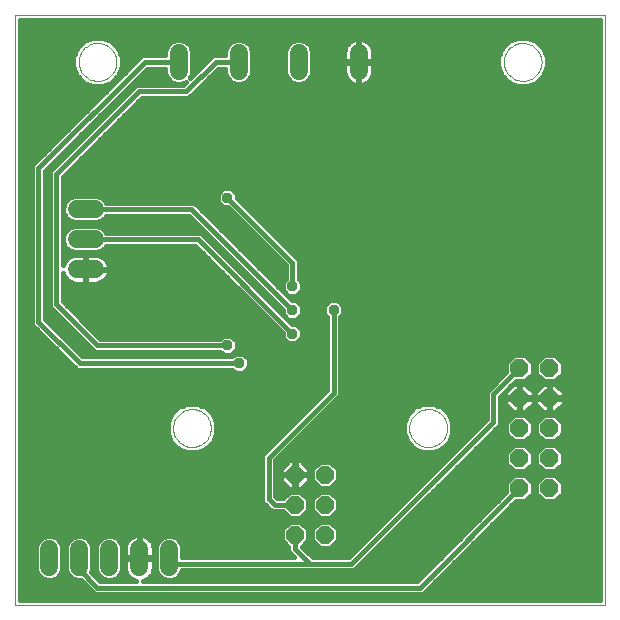
<source format=gbl>
G75*
G70*
%OFA0B0*%
%FSLAX24Y24*%
%IPPOS*%
%LPD*%
%AMOC8*
5,1,8,0,0,1.08239X$1,22.5*
%
%ADD10C,0.0000*%
%ADD11C,0.0600*%
%ADD12OC8,0.0600*%
%ADD13C,0.0160*%
%ADD14OC8,0.0356*%
D10*
X000574Y000574D02*
X020259Y000574D01*
X020259Y020259D01*
X000574Y020259D01*
X000574Y000574D01*
X005849Y006479D02*
X005851Y006529D01*
X005857Y006579D01*
X005867Y006628D01*
X005881Y006676D01*
X005898Y006723D01*
X005919Y006768D01*
X005944Y006812D01*
X005972Y006853D01*
X006004Y006892D01*
X006038Y006929D01*
X006075Y006963D01*
X006115Y006993D01*
X006157Y007020D01*
X006201Y007044D01*
X006247Y007065D01*
X006294Y007081D01*
X006342Y007094D01*
X006392Y007103D01*
X006441Y007108D01*
X006492Y007109D01*
X006542Y007106D01*
X006591Y007099D01*
X006640Y007088D01*
X006688Y007073D01*
X006734Y007055D01*
X006779Y007033D01*
X006822Y007007D01*
X006863Y006978D01*
X006902Y006946D01*
X006938Y006911D01*
X006970Y006873D01*
X007000Y006833D01*
X007027Y006790D01*
X007050Y006746D01*
X007069Y006700D01*
X007085Y006652D01*
X007097Y006603D01*
X007105Y006554D01*
X007109Y006504D01*
X007109Y006454D01*
X007105Y006404D01*
X007097Y006355D01*
X007085Y006306D01*
X007069Y006258D01*
X007050Y006212D01*
X007027Y006168D01*
X007000Y006125D01*
X006970Y006085D01*
X006938Y006047D01*
X006902Y006012D01*
X006863Y005980D01*
X006822Y005951D01*
X006779Y005925D01*
X006734Y005903D01*
X006688Y005885D01*
X006640Y005870D01*
X006591Y005859D01*
X006542Y005852D01*
X006492Y005849D01*
X006441Y005850D01*
X006392Y005855D01*
X006342Y005864D01*
X006294Y005877D01*
X006247Y005893D01*
X006201Y005914D01*
X006157Y005938D01*
X006115Y005965D01*
X006075Y005995D01*
X006038Y006029D01*
X006004Y006066D01*
X005972Y006105D01*
X005944Y006146D01*
X005919Y006190D01*
X005898Y006235D01*
X005881Y006282D01*
X005867Y006330D01*
X005857Y006379D01*
X005851Y006429D01*
X005849Y006479D01*
X013723Y006479D02*
X013725Y006529D01*
X013731Y006579D01*
X013741Y006628D01*
X013755Y006676D01*
X013772Y006723D01*
X013793Y006768D01*
X013818Y006812D01*
X013846Y006853D01*
X013878Y006892D01*
X013912Y006929D01*
X013949Y006963D01*
X013989Y006993D01*
X014031Y007020D01*
X014075Y007044D01*
X014121Y007065D01*
X014168Y007081D01*
X014216Y007094D01*
X014266Y007103D01*
X014315Y007108D01*
X014366Y007109D01*
X014416Y007106D01*
X014465Y007099D01*
X014514Y007088D01*
X014562Y007073D01*
X014608Y007055D01*
X014653Y007033D01*
X014696Y007007D01*
X014737Y006978D01*
X014776Y006946D01*
X014812Y006911D01*
X014844Y006873D01*
X014874Y006833D01*
X014901Y006790D01*
X014924Y006746D01*
X014943Y006700D01*
X014959Y006652D01*
X014971Y006603D01*
X014979Y006554D01*
X014983Y006504D01*
X014983Y006454D01*
X014979Y006404D01*
X014971Y006355D01*
X014959Y006306D01*
X014943Y006258D01*
X014924Y006212D01*
X014901Y006168D01*
X014874Y006125D01*
X014844Y006085D01*
X014812Y006047D01*
X014776Y006012D01*
X014737Y005980D01*
X014696Y005951D01*
X014653Y005925D01*
X014608Y005903D01*
X014562Y005885D01*
X014514Y005870D01*
X014465Y005859D01*
X014416Y005852D01*
X014366Y005849D01*
X014315Y005850D01*
X014266Y005855D01*
X014216Y005864D01*
X014168Y005877D01*
X014121Y005893D01*
X014075Y005914D01*
X014031Y005938D01*
X013989Y005965D01*
X013949Y005995D01*
X013912Y006029D01*
X013878Y006066D01*
X013846Y006105D01*
X013818Y006146D01*
X013793Y006190D01*
X013772Y006235D01*
X013755Y006282D01*
X013741Y006330D01*
X013731Y006379D01*
X013725Y006429D01*
X013723Y006479D01*
X016873Y018684D02*
X016875Y018734D01*
X016881Y018784D01*
X016891Y018833D01*
X016905Y018881D01*
X016922Y018928D01*
X016943Y018973D01*
X016968Y019017D01*
X016996Y019058D01*
X017028Y019097D01*
X017062Y019134D01*
X017099Y019168D01*
X017139Y019198D01*
X017181Y019225D01*
X017225Y019249D01*
X017271Y019270D01*
X017318Y019286D01*
X017366Y019299D01*
X017416Y019308D01*
X017465Y019313D01*
X017516Y019314D01*
X017566Y019311D01*
X017615Y019304D01*
X017664Y019293D01*
X017712Y019278D01*
X017758Y019260D01*
X017803Y019238D01*
X017846Y019212D01*
X017887Y019183D01*
X017926Y019151D01*
X017962Y019116D01*
X017994Y019078D01*
X018024Y019038D01*
X018051Y018995D01*
X018074Y018951D01*
X018093Y018905D01*
X018109Y018857D01*
X018121Y018808D01*
X018129Y018759D01*
X018133Y018709D01*
X018133Y018659D01*
X018129Y018609D01*
X018121Y018560D01*
X018109Y018511D01*
X018093Y018463D01*
X018074Y018417D01*
X018051Y018373D01*
X018024Y018330D01*
X017994Y018290D01*
X017962Y018252D01*
X017926Y018217D01*
X017887Y018185D01*
X017846Y018156D01*
X017803Y018130D01*
X017758Y018108D01*
X017712Y018090D01*
X017664Y018075D01*
X017615Y018064D01*
X017566Y018057D01*
X017516Y018054D01*
X017465Y018055D01*
X017416Y018060D01*
X017366Y018069D01*
X017318Y018082D01*
X017271Y018098D01*
X017225Y018119D01*
X017181Y018143D01*
X017139Y018170D01*
X017099Y018200D01*
X017062Y018234D01*
X017028Y018271D01*
X016996Y018310D01*
X016968Y018351D01*
X016943Y018395D01*
X016922Y018440D01*
X016905Y018487D01*
X016891Y018535D01*
X016881Y018584D01*
X016875Y018634D01*
X016873Y018684D01*
X002700Y018684D02*
X002702Y018734D01*
X002708Y018784D01*
X002718Y018833D01*
X002732Y018881D01*
X002749Y018928D01*
X002770Y018973D01*
X002795Y019017D01*
X002823Y019058D01*
X002855Y019097D01*
X002889Y019134D01*
X002926Y019168D01*
X002966Y019198D01*
X003008Y019225D01*
X003052Y019249D01*
X003098Y019270D01*
X003145Y019286D01*
X003193Y019299D01*
X003243Y019308D01*
X003292Y019313D01*
X003343Y019314D01*
X003393Y019311D01*
X003442Y019304D01*
X003491Y019293D01*
X003539Y019278D01*
X003585Y019260D01*
X003630Y019238D01*
X003673Y019212D01*
X003714Y019183D01*
X003753Y019151D01*
X003789Y019116D01*
X003821Y019078D01*
X003851Y019038D01*
X003878Y018995D01*
X003901Y018951D01*
X003920Y018905D01*
X003936Y018857D01*
X003948Y018808D01*
X003956Y018759D01*
X003960Y018709D01*
X003960Y018659D01*
X003956Y018609D01*
X003948Y018560D01*
X003936Y018511D01*
X003920Y018463D01*
X003901Y018417D01*
X003878Y018373D01*
X003851Y018330D01*
X003821Y018290D01*
X003789Y018252D01*
X003753Y018217D01*
X003714Y018185D01*
X003673Y018156D01*
X003630Y018130D01*
X003585Y018108D01*
X003539Y018090D01*
X003491Y018075D01*
X003442Y018064D01*
X003393Y018057D01*
X003343Y018054D01*
X003292Y018055D01*
X003243Y018060D01*
X003193Y018069D01*
X003145Y018082D01*
X003098Y018098D01*
X003052Y018119D01*
X003008Y018143D01*
X002966Y018170D01*
X002926Y018200D01*
X002889Y018234D01*
X002855Y018271D01*
X002823Y018310D01*
X002795Y018351D01*
X002770Y018395D01*
X002749Y018440D01*
X002732Y018487D01*
X002718Y018535D01*
X002708Y018584D01*
X002702Y018634D01*
X002700Y018684D01*
D11*
X006038Y018984D02*
X006038Y018384D01*
X008038Y018384D02*
X008038Y018984D01*
X010038Y018984D02*
X010038Y018384D01*
X012038Y018384D02*
X012038Y018984D01*
X003236Y013778D02*
X002636Y013778D01*
X002636Y012778D02*
X003236Y012778D01*
X003236Y011778D02*
X002636Y011778D01*
X002723Y002449D02*
X002723Y001849D01*
X003723Y001849D02*
X003723Y002449D01*
X004723Y002449D02*
X004723Y001849D01*
X005723Y001849D02*
X005723Y002449D01*
X001723Y002449D02*
X001723Y001849D01*
D12*
X009916Y002920D03*
X009916Y003920D03*
X009916Y004920D03*
X010916Y004920D03*
X010916Y003920D03*
X010916Y002920D03*
X017397Y004479D03*
X018397Y004479D03*
X018397Y005479D03*
X018397Y006479D03*
X018397Y007479D03*
X018397Y008479D03*
X017397Y008479D03*
X017397Y007479D03*
X017397Y006479D03*
X017397Y005479D03*
D13*
X017694Y005804D02*
X018099Y005804D01*
X018214Y005919D02*
X017957Y005661D01*
X017957Y005297D01*
X018214Y005039D01*
X018579Y005039D01*
X018837Y005297D01*
X018837Y005661D01*
X018579Y005919D01*
X018214Y005919D01*
X018214Y006039D02*
X018579Y006039D01*
X018837Y006297D01*
X018837Y006661D01*
X018579Y006919D01*
X018214Y006919D01*
X017957Y006661D01*
X017957Y006297D01*
X018214Y006039D01*
X018132Y006121D02*
X017661Y006121D01*
X017579Y006039D02*
X017837Y006297D01*
X017837Y006661D01*
X017579Y006919D01*
X017214Y006919D01*
X016957Y006661D01*
X016957Y006297D01*
X017214Y006039D01*
X017579Y006039D01*
X017579Y005919D02*
X017214Y005919D01*
X016957Y005661D01*
X016957Y005297D01*
X017214Y005039D01*
X017579Y005039D01*
X017837Y005297D01*
X017837Y005661D01*
X017579Y005919D01*
X017837Y005646D02*
X017957Y005646D01*
X017957Y005487D02*
X017837Y005487D01*
X017837Y005329D02*
X017957Y005329D01*
X018083Y005170D02*
X017710Y005170D01*
X017579Y004919D02*
X017214Y004919D01*
X016957Y004661D01*
X016957Y004350D01*
X013990Y001384D01*
X004848Y001384D01*
X004908Y001404D01*
X004975Y001438D01*
X005036Y001482D01*
X005089Y001536D01*
X005134Y001597D01*
X005168Y001664D01*
X005191Y001736D01*
X005203Y001811D01*
X005203Y002129D01*
X004743Y002129D01*
X004743Y002169D01*
X004703Y002169D01*
X004703Y002929D01*
X004686Y002929D01*
X004611Y002917D01*
X004539Y002893D01*
X004472Y002859D01*
X004411Y002815D01*
X004357Y002761D01*
X004313Y002700D01*
X004278Y002633D01*
X004255Y002561D01*
X004243Y002486D01*
X004243Y002169D01*
X004703Y002169D01*
X004703Y002129D01*
X004243Y002129D01*
X004243Y001811D01*
X004255Y001736D01*
X004278Y001664D01*
X004313Y001597D01*
X004357Y001536D01*
X004411Y001482D01*
X004472Y001438D01*
X004539Y001404D01*
X004599Y001384D01*
X003421Y001384D01*
X003128Y001677D01*
X003163Y001761D01*
X003163Y002536D01*
X003096Y002698D01*
X002973Y002822D01*
X002811Y002889D01*
X002636Y002889D01*
X002474Y002822D01*
X002350Y002698D01*
X002283Y002536D01*
X002283Y001761D01*
X002350Y001599D01*
X002474Y001475D01*
X002636Y001409D01*
X002774Y001409D01*
X003110Y001073D01*
X003238Y000944D01*
X014173Y000944D01*
X014302Y001073D01*
X017268Y004039D01*
X017579Y004039D01*
X017837Y004297D01*
X017837Y004661D01*
X017579Y004919D01*
X017645Y004853D02*
X018148Y004853D01*
X018214Y004919D02*
X017957Y004661D01*
X017957Y004297D01*
X018214Y004039D01*
X018579Y004039D01*
X018837Y004297D01*
X018837Y004661D01*
X018579Y004919D01*
X018214Y004919D01*
X017990Y004695D02*
X017803Y004695D01*
X017837Y004536D02*
X017957Y004536D01*
X017957Y004378D02*
X017837Y004378D01*
X017759Y004219D02*
X018034Y004219D01*
X018193Y004061D02*
X017600Y004061D01*
X017397Y004479D02*
X014082Y001164D01*
X003330Y001164D01*
X002723Y001771D01*
X002723Y002149D01*
X003163Y002159D02*
X003283Y002159D01*
X003283Y002317D02*
X003163Y002317D01*
X003163Y002476D02*
X003283Y002476D01*
X003283Y002536D02*
X003350Y002698D01*
X003474Y002822D01*
X003636Y002889D01*
X003811Y002889D01*
X003973Y002822D01*
X004096Y002698D01*
X004163Y002536D01*
X004163Y001761D01*
X004096Y001599D01*
X003973Y001475D01*
X003811Y001409D01*
X003636Y001409D01*
X003474Y001475D01*
X003350Y001599D01*
X003283Y001761D01*
X003283Y002536D01*
X003324Y002634D02*
X003123Y002634D01*
X003001Y002793D02*
X003445Y002793D01*
X004001Y002793D02*
X004389Y002793D01*
X004279Y002634D02*
X004123Y002634D01*
X004163Y002476D02*
X004243Y002476D01*
X004243Y002317D02*
X004163Y002317D01*
X004163Y002159D02*
X004703Y002159D01*
X004743Y002159D02*
X005283Y002159D01*
X005203Y002169D02*
X005203Y002486D01*
X005191Y002561D01*
X005168Y002633D01*
X005134Y002700D01*
X005089Y002761D01*
X005036Y002815D01*
X004975Y002859D01*
X004908Y002893D01*
X004836Y002917D01*
X004761Y002929D01*
X004743Y002929D01*
X004743Y002169D01*
X005203Y002169D01*
X005203Y002317D02*
X005283Y002317D01*
X005283Y002476D02*
X005203Y002476D01*
X005283Y002536D02*
X005283Y001761D01*
X005350Y001599D01*
X005474Y001475D01*
X005636Y001409D01*
X005811Y001409D01*
X005973Y001475D01*
X006096Y001599D01*
X006151Y001732D01*
X010507Y001732D01*
X011703Y001732D01*
X011885Y001732D01*
X016610Y006456D01*
X016739Y006585D01*
X016739Y007510D01*
X017268Y008039D01*
X017579Y008039D01*
X017837Y008297D01*
X017837Y008661D01*
X017579Y008919D01*
X017214Y008919D01*
X016957Y008661D01*
X016957Y008350D01*
X016299Y007692D01*
X016299Y006767D01*
X011703Y002172D01*
X010507Y002172D01*
X010149Y002530D01*
X010356Y002738D01*
X010356Y003102D01*
X010098Y003360D01*
X009734Y003360D01*
X009476Y003102D01*
X009476Y002738D01*
X009696Y002518D01*
X009696Y002361D01*
X009885Y002172D01*
X006163Y002172D01*
X006163Y002536D01*
X006096Y002698D01*
X005973Y002822D01*
X005811Y002889D01*
X005636Y002889D01*
X005474Y002822D01*
X005350Y002698D01*
X005283Y002536D01*
X005324Y002634D02*
X005167Y002634D01*
X005058Y002793D02*
X005445Y002793D01*
X006001Y002793D02*
X009476Y002793D01*
X009476Y002951D02*
X000754Y002951D01*
X000754Y002793D02*
X001445Y002793D01*
X001474Y002822D02*
X001350Y002698D01*
X001283Y002536D01*
X001283Y001761D01*
X001350Y001599D01*
X001474Y001475D01*
X001636Y001409D01*
X001811Y001409D01*
X001973Y001475D01*
X002096Y001599D01*
X002163Y001761D01*
X002163Y002536D01*
X002096Y002698D01*
X001973Y002822D01*
X001811Y002889D01*
X001636Y002889D01*
X001474Y002822D01*
X001324Y002634D02*
X000754Y002634D01*
X000754Y002476D02*
X001283Y002476D01*
X001283Y002317D02*
X000754Y002317D01*
X000754Y002159D02*
X001283Y002159D01*
X001283Y002000D02*
X000754Y002000D01*
X000754Y001842D02*
X001283Y001842D01*
X001316Y001683D02*
X000754Y001683D01*
X000754Y001525D02*
X001425Y001525D01*
X002022Y001525D02*
X002425Y001525D01*
X002316Y001683D02*
X002131Y001683D01*
X002163Y001842D02*
X002283Y001842D01*
X002283Y002000D02*
X002163Y002000D01*
X002163Y002159D02*
X002283Y002159D01*
X002283Y002317D02*
X002163Y002317D01*
X002163Y002476D02*
X002283Y002476D01*
X002324Y002634D02*
X002123Y002634D01*
X002001Y002793D02*
X002445Y002793D01*
X003163Y002000D02*
X003283Y002000D01*
X003283Y001842D02*
X003163Y001842D01*
X003131Y001683D02*
X003316Y001683D01*
X003280Y001525D02*
X003425Y001525D01*
X002975Y001208D02*
X000754Y001208D01*
X000754Y001366D02*
X002817Y001366D01*
X003110Y001073D02*
X003110Y001073D01*
X003134Y001049D02*
X000754Y001049D01*
X000754Y000891D02*
X020079Y000891D01*
X020079Y000754D02*
X000754Y000754D01*
X000754Y020079D01*
X020079Y020079D01*
X020079Y000754D01*
X020079Y001049D02*
X014278Y001049D01*
X014436Y001208D02*
X020079Y001208D01*
X020079Y001366D02*
X014595Y001366D01*
X014753Y001525D02*
X020079Y001525D01*
X020079Y001683D02*
X014912Y001683D01*
X015070Y001842D02*
X020079Y001842D01*
X020079Y002000D02*
X015229Y002000D01*
X015387Y002159D02*
X020079Y002159D01*
X020079Y002317D02*
X015546Y002317D01*
X015704Y002476D02*
X020079Y002476D01*
X020079Y002634D02*
X015863Y002634D01*
X016021Y002793D02*
X020079Y002793D01*
X020079Y002951D02*
X016180Y002951D01*
X016338Y003110D02*
X020079Y003110D01*
X020079Y003268D02*
X016497Y003268D01*
X016655Y003427D02*
X020079Y003427D01*
X020079Y003585D02*
X016814Y003585D01*
X016972Y003744D02*
X020079Y003744D01*
X020079Y003902D02*
X017131Y003902D01*
X016825Y004219D02*
X014373Y004219D01*
X014214Y004061D02*
X016667Y004061D01*
X016508Y003902D02*
X014056Y003902D01*
X013897Y003744D02*
X016350Y003744D01*
X016191Y003585D02*
X013739Y003585D01*
X013580Y003427D02*
X016033Y003427D01*
X015874Y003268D02*
X013422Y003268D01*
X013263Y003110D02*
X015716Y003110D01*
X015557Y002951D02*
X013105Y002951D01*
X012946Y002793D02*
X015399Y002793D01*
X015240Y002634D02*
X012788Y002634D01*
X012629Y002476D02*
X015082Y002476D01*
X014923Y002317D02*
X012471Y002317D01*
X012312Y002159D02*
X014765Y002159D01*
X014606Y002000D02*
X012154Y002000D01*
X011995Y001842D02*
X014448Y001842D01*
X014289Y001683D02*
X006131Y001683D01*
X006022Y001525D02*
X014131Y001525D01*
X012641Y003110D02*
X011349Y003110D01*
X011356Y003102D02*
X011098Y003360D01*
X010734Y003360D01*
X010476Y003102D01*
X010476Y002738D01*
X010734Y002480D01*
X011098Y002480D01*
X011356Y002738D01*
X011356Y003102D01*
X011356Y002951D02*
X012483Y002951D01*
X012324Y002793D02*
X011356Y002793D01*
X011253Y002634D02*
X012166Y002634D01*
X012007Y002476D02*
X010203Y002476D01*
X010253Y002634D02*
X010580Y002634D01*
X010476Y002793D02*
X010356Y002793D01*
X010356Y002951D02*
X010476Y002951D01*
X010484Y003110D02*
X010349Y003110D01*
X010190Y003268D02*
X010642Y003268D01*
X010734Y003480D02*
X011098Y003480D01*
X011356Y003738D01*
X011356Y004102D01*
X011098Y004360D01*
X010734Y004360D01*
X010476Y004102D01*
X010476Y003738D01*
X010734Y003480D01*
X010629Y003585D02*
X010204Y003585D01*
X010098Y003480D02*
X010356Y003738D01*
X010356Y004102D01*
X010098Y004360D01*
X009734Y004360D01*
X009514Y004140D01*
X009326Y004140D01*
X009258Y004208D01*
X009258Y005404D01*
X011424Y007569D01*
X011424Y010186D01*
X011522Y010284D01*
X011522Y010548D01*
X011335Y010734D01*
X011072Y010734D01*
X010886Y010548D01*
X010886Y010284D01*
X010984Y010186D01*
X010984Y007751D01*
X008947Y005715D01*
X008818Y005586D01*
X008818Y004026D01*
X009015Y003829D01*
X009144Y003700D01*
X009514Y003700D01*
X009734Y003480D01*
X010098Y003480D01*
X010356Y003744D02*
X010476Y003744D01*
X010476Y003902D02*
X010356Y003902D01*
X010356Y004061D02*
X010476Y004061D01*
X010593Y004219D02*
X010239Y004219D01*
X010115Y004440D02*
X010396Y004721D01*
X010396Y004900D01*
X009936Y004900D01*
X009936Y004440D01*
X010115Y004440D01*
X010211Y004536D02*
X010678Y004536D01*
X010734Y004480D02*
X011098Y004480D01*
X011356Y004738D01*
X011356Y005102D01*
X011098Y005360D01*
X010734Y005360D01*
X010476Y005102D01*
X010476Y004738D01*
X010734Y004480D01*
X010519Y004695D02*
X010370Y004695D01*
X010396Y004853D02*
X010476Y004853D01*
X010396Y004940D02*
X010396Y005119D01*
X010115Y005400D01*
X009936Y005400D01*
X009936Y004940D01*
X009896Y004940D01*
X009896Y004900D01*
X009436Y004900D01*
X009436Y004721D01*
X009717Y004440D01*
X009896Y004440D01*
X009896Y004900D01*
X009936Y004900D01*
X009936Y004940D01*
X010396Y004940D01*
X010396Y005012D02*
X010476Y005012D01*
X010544Y005170D02*
X010345Y005170D01*
X010186Y005329D02*
X010703Y005329D01*
X011130Y005329D02*
X014860Y005329D01*
X015019Y005487D02*
X009342Y005487D01*
X009258Y005329D02*
X009646Y005329D01*
X009717Y005400D02*
X009436Y005119D01*
X009436Y004940D01*
X009896Y004940D01*
X009896Y005400D01*
X009717Y005400D01*
X009896Y005329D02*
X009936Y005329D01*
X009936Y005170D02*
X009896Y005170D01*
X009896Y005012D02*
X009936Y005012D01*
X009936Y004853D02*
X009896Y004853D01*
X009896Y004695D02*
X009936Y004695D01*
X009936Y004536D02*
X009896Y004536D01*
X009621Y004536D02*
X009258Y004536D01*
X009258Y004378D02*
X013909Y004378D01*
X014068Y004536D02*
X011155Y004536D01*
X011313Y004695D02*
X014226Y004695D01*
X014385Y004853D02*
X011356Y004853D01*
X011356Y005012D02*
X014543Y005012D01*
X014702Y005170D02*
X011288Y005170D01*
X011239Y004219D02*
X013751Y004219D01*
X013592Y004061D02*
X011356Y004061D01*
X011356Y003902D02*
X013434Y003902D01*
X013275Y003744D02*
X011356Y003744D01*
X011204Y003585D02*
X013117Y003585D01*
X012958Y003427D02*
X000754Y003427D01*
X000754Y003585D02*
X009629Y003585D01*
X009916Y003920D02*
X009235Y003920D01*
X009038Y004117D01*
X009038Y005495D01*
X011204Y007660D01*
X011204Y010416D01*
X010886Y010401D02*
X010144Y010401D01*
X010144Y010284D02*
X010144Y010548D01*
X009957Y010734D01*
X009819Y010734D01*
X006683Y013870D01*
X006555Y013998D01*
X003621Y013998D01*
X003609Y014028D01*
X003485Y014151D01*
X003323Y014218D01*
X002548Y014218D01*
X002387Y014151D01*
X002263Y014028D01*
X002196Y013866D01*
X002196Y013691D01*
X002263Y013529D01*
X002387Y013405D01*
X002548Y013338D01*
X003323Y013338D01*
X003485Y013405D01*
X003609Y013529D01*
X003621Y013558D01*
X006372Y013558D01*
X009508Y010423D01*
X009508Y010284D01*
X009694Y010098D01*
X009957Y010098D01*
X010144Y010284D01*
X010102Y010242D02*
X010928Y010242D01*
X010984Y010084D02*
X009682Y010084D01*
X009819Y009947D02*
X006896Y012870D01*
X006767Y012998D01*
X003621Y012998D01*
X003609Y013028D01*
X003485Y013151D01*
X003323Y013218D01*
X002548Y013218D01*
X002387Y013151D01*
X002263Y013028D01*
X002196Y012866D01*
X002196Y012691D01*
X002263Y012529D01*
X002387Y012405D01*
X002548Y012338D01*
X003323Y012338D01*
X003485Y012405D01*
X003609Y012529D01*
X003621Y012558D01*
X006585Y012558D01*
X009508Y009636D01*
X009508Y009497D01*
X009694Y009311D01*
X009957Y009311D01*
X010144Y009497D01*
X010144Y009761D01*
X009957Y009947D01*
X009819Y009947D01*
X009979Y009925D02*
X010984Y009925D01*
X010984Y009767D02*
X010138Y009767D01*
X010144Y009608D02*
X010984Y009608D01*
X010984Y009450D02*
X010096Y009450D01*
X009826Y009629D02*
X006676Y012778D01*
X002936Y012778D01*
X003541Y012461D02*
X006682Y012461D01*
X006841Y012303D02*
X002172Y012303D01*
X002172Y012461D02*
X002331Y012461D01*
X002225Y012620D02*
X002172Y012620D01*
X002172Y012778D02*
X002196Y012778D01*
X002172Y012937D02*
X002225Y012937D01*
X002172Y013095D02*
X002330Y013095D01*
X002172Y013254D02*
X006677Y013254D01*
X006519Y013412D02*
X003492Y013412D01*
X003541Y013095D02*
X006836Y013095D01*
X006829Y012937D02*
X006994Y012937D01*
X006987Y012778D02*
X007153Y012778D01*
X007146Y012620D02*
X007311Y012620D01*
X007304Y012461D02*
X007470Y012461D01*
X007463Y012303D02*
X007628Y012303D01*
X007621Y012144D02*
X007787Y012144D01*
X007780Y011986D02*
X007945Y011986D01*
X007938Y011827D02*
X008104Y011827D01*
X008097Y011669D02*
X008262Y011669D01*
X008255Y011510D02*
X008421Y011510D01*
X008414Y011352D02*
X008579Y011352D01*
X008572Y011193D02*
X008738Y011193D01*
X008731Y011035D02*
X008896Y011035D01*
X008889Y010876D02*
X009055Y010876D01*
X009048Y010718D02*
X009213Y010718D01*
X009206Y010559D02*
X009372Y010559D01*
X009365Y010401D02*
X009508Y010401D01*
X009523Y010242D02*
X009550Y010242D01*
X009826Y010416D02*
X006463Y013778D01*
X002936Y013778D01*
X003357Y014205D02*
X007342Y014205D01*
X007342Y014288D02*
X007342Y014025D01*
X007529Y013838D01*
X007667Y013838D01*
X009606Y011900D01*
X009606Y011433D01*
X009508Y011335D01*
X009508Y011072D01*
X009694Y010886D01*
X009957Y010886D01*
X010144Y011072D01*
X010144Y011335D01*
X010046Y011433D01*
X010046Y012082D01*
X007978Y014149D01*
X007978Y014288D01*
X007792Y014474D01*
X007529Y014474D01*
X007342Y014288D01*
X007417Y014363D02*
X002172Y014363D01*
X002172Y014205D02*
X002515Y014205D01*
X002281Y014046D02*
X002172Y014046D01*
X002172Y013888D02*
X002205Y013888D01*
X002196Y013729D02*
X002172Y013729D01*
X002172Y013571D02*
X002246Y013571D01*
X002172Y013412D02*
X002380Y013412D01*
X001732Y013412D02*
X001581Y013412D01*
X001581Y013254D02*
X001732Y013254D01*
X001732Y013095D02*
X001581Y013095D01*
X001581Y012937D02*
X001732Y012937D01*
X001732Y012778D02*
X001581Y012778D01*
X001581Y012620D02*
X001732Y012620D01*
X001732Y012461D02*
X001581Y012461D01*
X001581Y012303D02*
X001732Y012303D01*
X001732Y012144D02*
X001581Y012144D01*
X001581Y011986D02*
X001732Y011986D01*
X001732Y011827D02*
X001581Y011827D01*
X001581Y011669D02*
X001732Y011669D01*
X001732Y011510D02*
X001581Y011510D01*
X001581Y011352D02*
X001732Y011352D01*
X001732Y011193D02*
X001581Y011193D01*
X001581Y011035D02*
X001732Y011035D01*
X001732Y010876D02*
X001581Y010876D01*
X001581Y010718D02*
X001732Y010718D01*
X001732Y010559D02*
X001581Y010559D01*
X001732Y010522D02*
X003238Y009015D01*
X007430Y009015D01*
X007529Y008917D01*
X007792Y008917D01*
X007978Y009103D01*
X007978Y009367D01*
X007792Y009553D01*
X007529Y009553D01*
X007430Y009455D01*
X003421Y009455D01*
X002172Y010704D01*
X002172Y011654D01*
X002191Y011594D01*
X002225Y011527D01*
X002270Y011466D01*
X002323Y011412D01*
X002384Y011368D01*
X002452Y011334D01*
X002524Y011310D01*
X002598Y011298D01*
X002916Y011298D01*
X002916Y011758D01*
X002956Y011758D01*
X002956Y011298D01*
X003274Y011298D01*
X003348Y011310D01*
X003420Y011334D01*
X003487Y011368D01*
X003549Y011412D01*
X003602Y011466D01*
X003646Y011527D01*
X003681Y011594D01*
X003704Y011666D01*
X003716Y011741D01*
X003716Y011758D01*
X002956Y011758D01*
X002956Y011798D01*
X003716Y011798D01*
X003716Y011816D01*
X003704Y011891D01*
X003681Y011963D01*
X003646Y012030D01*
X003602Y012091D01*
X003549Y012145D01*
X003487Y012189D01*
X003420Y012223D01*
X003348Y012247D01*
X003274Y012258D01*
X002956Y012258D01*
X002956Y011798D01*
X002916Y011798D01*
X002916Y012258D01*
X002598Y012258D01*
X002524Y012247D01*
X002452Y012223D01*
X002384Y012189D01*
X002323Y012145D01*
X002270Y012091D01*
X002225Y012030D01*
X002191Y011963D01*
X002172Y011903D01*
X002172Y014853D01*
X004799Y017480D01*
X006373Y017480D01*
X006502Y017609D01*
X007358Y018464D01*
X007598Y018464D01*
X007598Y018296D01*
X007665Y018135D01*
X007789Y018011D01*
X007951Y017944D01*
X008126Y017944D01*
X008288Y018011D01*
X008411Y018135D01*
X008478Y018296D01*
X008478Y019071D01*
X008411Y019233D01*
X008288Y019357D01*
X008126Y019424D01*
X007951Y019424D01*
X007789Y019357D01*
X007665Y019233D01*
X007598Y019071D01*
X007598Y018904D01*
X007175Y018904D01*
X006415Y018143D01*
X006478Y018296D01*
X006478Y019071D01*
X006411Y019233D01*
X006288Y019357D01*
X006126Y019424D01*
X005951Y019424D01*
X005789Y019357D01*
X005665Y019233D01*
X005598Y019071D01*
X005598Y018904D01*
X004813Y018904D01*
X001141Y015232D01*
X001141Y015050D01*
X001141Y010114D01*
X001141Y009931D01*
X002648Y008425D01*
X007824Y008425D01*
X007922Y008326D01*
X008186Y008326D01*
X008372Y008513D01*
X008372Y008776D01*
X008186Y008963D01*
X007922Y008963D01*
X007824Y008865D01*
X002830Y008865D01*
X001581Y010114D01*
X001581Y015050D01*
X004996Y018464D01*
X005598Y018464D01*
X005598Y018296D01*
X005665Y018135D01*
X005789Y018011D01*
X005951Y017944D01*
X006126Y017944D01*
X006279Y018007D01*
X006191Y017920D01*
X004616Y017920D01*
X001732Y015035D01*
X001732Y010522D01*
X001853Y010401D02*
X001581Y010401D01*
X001581Y010242D02*
X002011Y010242D01*
X002170Y010084D02*
X001611Y010084D01*
X001770Y009925D02*
X002328Y009925D01*
X002487Y009767D02*
X001928Y009767D01*
X002087Y009608D02*
X002645Y009608D01*
X002804Y009450D02*
X002245Y009450D01*
X002404Y009291D02*
X002962Y009291D01*
X003121Y009133D02*
X002562Y009133D01*
X002721Y008974D02*
X007471Y008974D01*
X007660Y009235D02*
X003330Y009235D01*
X001952Y010613D01*
X001952Y014944D01*
X004708Y017700D01*
X006282Y017700D01*
X007267Y018684D01*
X008038Y018684D01*
X008478Y018643D02*
X009598Y018643D01*
X009598Y018801D02*
X008478Y018801D01*
X008478Y018960D02*
X009598Y018960D01*
X009598Y019071D02*
X009598Y018296D01*
X009665Y018135D01*
X009789Y018011D01*
X009951Y017944D01*
X010126Y017944D01*
X010288Y018011D01*
X010411Y018135D01*
X010478Y018296D01*
X010478Y019071D01*
X010411Y019233D01*
X010288Y019357D01*
X010126Y019424D01*
X009951Y019424D01*
X009789Y019357D01*
X009665Y019233D01*
X009598Y019071D01*
X009618Y019118D02*
X008459Y019118D01*
X008368Y019277D02*
X009709Y019277D01*
X010368Y019277D02*
X011658Y019277D01*
X011672Y019297D02*
X011628Y019236D01*
X011593Y019168D01*
X011570Y019096D01*
X011558Y019022D01*
X011558Y018704D01*
X012018Y018704D01*
X012018Y018664D01*
X011558Y018664D01*
X011558Y018346D01*
X011570Y018272D01*
X011593Y018200D01*
X011628Y018132D01*
X011672Y018071D01*
X011726Y018018D01*
X011787Y017973D01*
X011854Y017939D01*
X011926Y017916D01*
X012000Y017904D01*
X012018Y017904D01*
X012018Y018664D01*
X012058Y018664D01*
X012058Y017904D01*
X012076Y017904D01*
X012151Y017916D01*
X012223Y017939D01*
X012290Y017973D01*
X012351Y018018D01*
X012404Y018071D01*
X012449Y018132D01*
X012483Y018200D01*
X012506Y018272D01*
X012518Y018346D01*
X012518Y018664D01*
X012058Y018664D01*
X012058Y018704D01*
X012018Y018704D01*
X012018Y019464D01*
X012000Y019464D01*
X011926Y019452D01*
X011854Y019429D01*
X011787Y019394D01*
X011726Y019350D01*
X011672Y019297D01*
X011577Y019118D02*
X010459Y019118D01*
X010478Y018960D02*
X011558Y018960D01*
X011558Y018801D02*
X010478Y018801D01*
X010478Y018643D02*
X011558Y018643D01*
X011558Y018484D02*
X010478Y018484D01*
X010478Y018326D02*
X011562Y018326D01*
X011610Y018167D02*
X010425Y018167D01*
X010282Y018009D02*
X011738Y018009D01*
X012018Y018009D02*
X012058Y018009D01*
X012058Y018167D02*
X012018Y018167D01*
X012018Y018326D02*
X012058Y018326D01*
X012058Y018484D02*
X012018Y018484D01*
X012018Y018643D02*
X012058Y018643D01*
X012058Y018704D02*
X012518Y018704D01*
X012518Y019022D01*
X012506Y019096D01*
X012483Y019168D01*
X012449Y019236D01*
X012404Y019297D01*
X012351Y019350D01*
X012290Y019394D01*
X012223Y019429D01*
X012151Y019452D01*
X012076Y019464D01*
X012058Y019464D01*
X012058Y018704D01*
X012058Y018801D02*
X012018Y018801D01*
X012018Y018960D02*
X012058Y018960D01*
X012058Y019118D02*
X012018Y019118D01*
X012018Y019277D02*
X012058Y019277D01*
X012058Y019435D02*
X012018Y019435D01*
X011874Y019435D02*
X003632Y019435D01*
X003491Y019494D02*
X003788Y019371D01*
X004016Y019143D01*
X004140Y018845D01*
X004140Y018523D01*
X004016Y018225D01*
X003788Y017997D01*
X003491Y017874D01*
X003169Y017874D01*
X002871Y017997D01*
X002643Y018225D01*
X002520Y018523D01*
X002520Y018845D01*
X002643Y019143D01*
X002871Y019371D01*
X003169Y019494D01*
X003491Y019494D01*
X003882Y019277D02*
X005709Y019277D01*
X005618Y019118D02*
X004026Y019118D01*
X004092Y018960D02*
X005598Y018960D01*
X006038Y018684D02*
X004904Y018684D01*
X001361Y015141D01*
X001361Y010023D01*
X002739Y008645D01*
X008054Y008645D01*
X008333Y008816D02*
X010984Y008816D01*
X010984Y008974D02*
X007849Y008974D01*
X007978Y009133D02*
X010984Y009133D01*
X010984Y009291D02*
X007978Y009291D01*
X007896Y009450D02*
X009555Y009450D01*
X009508Y009608D02*
X003268Y009608D01*
X003109Y009767D02*
X009377Y009767D01*
X009218Y009925D02*
X002951Y009925D01*
X002792Y010084D02*
X009060Y010084D01*
X008901Y010242D02*
X002634Y010242D01*
X002475Y010401D02*
X008743Y010401D01*
X008584Y010559D02*
X002317Y010559D01*
X002172Y010718D02*
X008426Y010718D01*
X008267Y010876D02*
X002172Y010876D01*
X002172Y011035D02*
X008109Y011035D01*
X007950Y011193D02*
X002172Y011193D01*
X002172Y011352D02*
X002416Y011352D01*
X002237Y011510D02*
X002172Y011510D01*
X002172Y011986D02*
X002203Y011986D01*
X002172Y012144D02*
X002323Y012144D01*
X002916Y012144D02*
X002956Y012144D01*
X002956Y011986D02*
X002916Y011986D01*
X002916Y011827D02*
X002956Y011827D01*
X002956Y011669D02*
X002916Y011669D01*
X002916Y011510D02*
X002956Y011510D01*
X002956Y011352D02*
X002916Y011352D01*
X003456Y011352D02*
X007792Y011352D01*
X007633Y011510D02*
X003634Y011510D01*
X003705Y011669D02*
X007475Y011669D01*
X007316Y011827D02*
X003714Y011827D01*
X003669Y011986D02*
X007158Y011986D01*
X006999Y012144D02*
X003549Y012144D01*
X003590Y014046D02*
X007342Y014046D01*
X007479Y013888D02*
X006665Y013888D01*
X006824Y013729D02*
X007776Y013729D01*
X007935Y013571D02*
X006982Y013571D01*
X007141Y013412D02*
X008093Y013412D01*
X008252Y013254D02*
X007299Y013254D01*
X007458Y013095D02*
X008410Y013095D01*
X008569Y012937D02*
X007616Y012937D01*
X007775Y012778D02*
X008727Y012778D01*
X008886Y012620D02*
X007933Y012620D01*
X008092Y012461D02*
X009044Y012461D01*
X009203Y012303D02*
X008250Y012303D01*
X008409Y012144D02*
X009361Y012144D01*
X009520Y011986D02*
X008567Y011986D01*
X008726Y011827D02*
X009606Y011827D01*
X009606Y011669D02*
X008884Y011669D01*
X009043Y011510D02*
X009606Y011510D01*
X009524Y011352D02*
X009201Y011352D01*
X009360Y011193D02*
X009508Y011193D01*
X009518Y011035D02*
X009545Y011035D01*
X009677Y010876D02*
X020079Y010876D01*
X020079Y010718D02*
X011352Y010718D01*
X011510Y010559D02*
X020079Y010559D01*
X020079Y010401D02*
X011522Y010401D01*
X011479Y010242D02*
X020079Y010242D01*
X020079Y010084D02*
X011424Y010084D01*
X011424Y009925D02*
X020079Y009925D01*
X020079Y009767D02*
X011424Y009767D01*
X011424Y009608D02*
X020079Y009608D01*
X020079Y009450D02*
X011424Y009450D01*
X011424Y009291D02*
X020079Y009291D01*
X020079Y009133D02*
X011424Y009133D01*
X011424Y008974D02*
X020079Y008974D01*
X020079Y008816D02*
X018682Y008816D01*
X018579Y008919D02*
X018214Y008919D01*
X017957Y008661D01*
X017957Y008297D01*
X018214Y008039D01*
X018579Y008039D01*
X018837Y008297D01*
X018837Y008661D01*
X018579Y008919D01*
X018837Y008657D02*
X020079Y008657D01*
X020079Y008499D02*
X018837Y008499D01*
X018837Y008340D02*
X020079Y008340D01*
X020079Y008182D02*
X018721Y008182D01*
X018595Y007959D02*
X018417Y007959D01*
X018417Y007499D01*
X018877Y007499D01*
X018877Y007678D01*
X018595Y007959D01*
X018690Y007865D02*
X020079Y007865D01*
X020079Y008023D02*
X017252Y008023D01*
X017198Y007959D02*
X016917Y007678D01*
X016917Y007499D01*
X017377Y007499D01*
X017377Y007959D01*
X017198Y007959D01*
X017103Y007865D02*
X017093Y007865D01*
X016945Y007706D02*
X016935Y007706D01*
X016917Y007548D02*
X016776Y007548D01*
X016739Y007389D02*
X016917Y007389D01*
X016917Y007459D02*
X016917Y007280D01*
X017198Y006999D01*
X017377Y006999D01*
X017377Y007459D01*
X017417Y007459D01*
X017417Y007499D01*
X017877Y007499D01*
X017877Y007678D01*
X017595Y007959D01*
X017417Y007959D01*
X017417Y007499D01*
X017377Y007499D01*
X017377Y007459D01*
X016917Y007459D01*
X016966Y007231D02*
X016739Y007231D01*
X016739Y007072D02*
X017125Y007072D01*
X017209Y006914D02*
X016739Y006914D01*
X016739Y006755D02*
X017050Y006755D01*
X016957Y006597D02*
X016739Y006597D01*
X016592Y006438D02*
X016957Y006438D01*
X016974Y006280D02*
X016433Y006280D01*
X016275Y006121D02*
X017132Y006121D01*
X017099Y005804D02*
X015958Y005804D01*
X015799Y005646D02*
X016957Y005646D01*
X016957Y005487D02*
X015641Y005487D01*
X015482Y005329D02*
X016957Y005329D01*
X017083Y005170D02*
X015324Y005170D01*
X015165Y005012D02*
X020079Y005012D01*
X020079Y005170D02*
X018710Y005170D01*
X018837Y005329D02*
X020079Y005329D01*
X020079Y005487D02*
X018837Y005487D01*
X018837Y005646D02*
X020079Y005646D01*
X020079Y005804D02*
X018694Y005804D01*
X018661Y006121D02*
X020079Y006121D01*
X020079Y005963D02*
X016116Y005963D01*
X015811Y006280D02*
X015147Y006280D01*
X015163Y006318D02*
X015040Y006020D01*
X014812Y005793D01*
X014514Y005669D01*
X014192Y005669D01*
X013894Y005793D01*
X013667Y006020D01*
X013543Y006318D01*
X013543Y006640D01*
X013667Y006938D01*
X013894Y007166D01*
X014192Y007289D01*
X014514Y007289D01*
X014812Y007166D01*
X015040Y006938D01*
X015163Y006640D01*
X015163Y006318D01*
X015163Y006438D02*
X015970Y006438D01*
X016128Y006597D02*
X015163Y006597D01*
X015116Y006755D02*
X016287Y006755D01*
X016299Y006914D02*
X015050Y006914D01*
X014906Y007072D02*
X016299Y007072D01*
X016299Y007231D02*
X014655Y007231D01*
X014051Y007231D02*
X011085Y007231D01*
X011244Y007389D02*
X016299Y007389D01*
X016299Y007548D02*
X011402Y007548D01*
X011424Y007706D02*
X016312Y007706D01*
X016471Y007865D02*
X011424Y007865D01*
X011424Y008023D02*
X016629Y008023D01*
X016788Y008182D02*
X011424Y008182D01*
X011424Y008340D02*
X016946Y008340D01*
X016957Y008499D02*
X011424Y008499D01*
X011424Y008657D02*
X016957Y008657D01*
X017111Y008816D02*
X011424Y008816D01*
X010984Y008657D02*
X008372Y008657D01*
X008358Y008499D02*
X010984Y008499D01*
X010984Y008340D02*
X008200Y008340D01*
X007908Y008340D02*
X000754Y008340D01*
X000754Y008182D02*
X010984Y008182D01*
X010984Y008023D02*
X000754Y008023D01*
X000754Y007865D02*
X010984Y007865D01*
X010938Y007706D02*
X000754Y007706D01*
X000754Y007548D02*
X010780Y007548D01*
X010621Y007389D02*
X000754Y007389D01*
X000754Y007231D02*
X006177Y007231D01*
X006318Y007289D02*
X006020Y007166D01*
X005793Y006938D01*
X005669Y006640D01*
X005669Y006318D01*
X005793Y006020D01*
X006020Y005793D01*
X006318Y005669D01*
X006640Y005669D01*
X006938Y005793D01*
X007166Y006020D01*
X007289Y006318D01*
X007289Y006640D01*
X007166Y006938D01*
X006938Y007166D01*
X006640Y007289D01*
X006318Y007289D01*
X005927Y007072D02*
X000754Y007072D01*
X000754Y006914D02*
X005783Y006914D01*
X005717Y006755D02*
X000754Y006755D01*
X000754Y006597D02*
X005669Y006597D01*
X005669Y006438D02*
X000754Y006438D01*
X000754Y006280D02*
X005685Y006280D01*
X005751Y006121D02*
X000754Y006121D01*
X000754Y005963D02*
X005850Y005963D01*
X006009Y005804D02*
X000754Y005804D01*
X000754Y005646D02*
X008878Y005646D01*
X008818Y005487D02*
X000754Y005487D01*
X000754Y005329D02*
X008818Y005329D01*
X008818Y005170D02*
X000754Y005170D01*
X000754Y005012D02*
X008818Y005012D01*
X008818Y004853D02*
X000754Y004853D01*
X000754Y004695D02*
X008818Y004695D01*
X008818Y004536D02*
X000754Y004536D01*
X000754Y004378D02*
X008818Y004378D01*
X008818Y004219D02*
X000754Y004219D01*
X000754Y004061D02*
X008818Y004061D01*
X008942Y003902D02*
X000754Y003902D01*
X000754Y003744D02*
X009100Y003744D01*
X009258Y004219D02*
X009593Y004219D01*
X009463Y004695D02*
X009258Y004695D01*
X009258Y004853D02*
X009436Y004853D01*
X009436Y005012D02*
X009258Y005012D01*
X009258Y005170D02*
X009487Y005170D01*
X009500Y005646D02*
X015177Y005646D01*
X015336Y005804D02*
X014824Y005804D01*
X014982Y005963D02*
X015494Y005963D01*
X015653Y006121D02*
X015082Y006121D01*
X013883Y005804D02*
X009659Y005804D01*
X009817Y005963D02*
X013724Y005963D01*
X013625Y006121D02*
X009976Y006121D01*
X010134Y006280D02*
X013559Y006280D01*
X013543Y006438D02*
X010293Y006438D01*
X010451Y006597D02*
X013543Y006597D01*
X013591Y006755D02*
X010610Y006755D01*
X010768Y006914D02*
X013657Y006914D01*
X013801Y007072D02*
X010927Y007072D01*
X010463Y007231D02*
X006781Y007231D01*
X007032Y007072D02*
X010304Y007072D01*
X010146Y006914D02*
X007176Y006914D01*
X007242Y006755D02*
X009987Y006755D01*
X009829Y006597D02*
X007289Y006597D01*
X007289Y006438D02*
X009670Y006438D01*
X009512Y006280D02*
X007273Y006280D01*
X007208Y006121D02*
X009353Y006121D01*
X009195Y005963D02*
X007108Y005963D01*
X006950Y005804D02*
X009036Y005804D01*
X009642Y003268D02*
X000754Y003268D01*
X000754Y003110D02*
X009484Y003110D01*
X009916Y002920D02*
X009916Y002452D01*
X010416Y001952D01*
X005920Y001952D01*
X005723Y002149D01*
X005283Y002000D02*
X005203Y002000D01*
X005203Y001842D02*
X005283Y001842D01*
X005316Y001683D02*
X005174Y001683D01*
X005078Y001525D02*
X005425Y001525D01*
X004743Y002317D02*
X004703Y002317D01*
X004703Y002476D02*
X004743Y002476D01*
X004743Y002634D02*
X004703Y002634D01*
X004703Y002793D02*
X004743Y002793D01*
X004243Y002000D02*
X004163Y002000D01*
X004163Y001842D02*
X004243Y001842D01*
X004272Y001683D02*
X004131Y001683D01*
X004022Y001525D02*
X004368Y001525D01*
X006163Y002317D02*
X009740Y002317D01*
X009696Y002476D02*
X006163Y002476D01*
X006123Y002634D02*
X009580Y002634D01*
X010362Y002317D02*
X011849Y002317D01*
X011794Y001952D02*
X016519Y006676D01*
X016519Y007601D01*
X017397Y008479D01*
X017721Y008182D02*
X018072Y008182D01*
X017957Y008340D02*
X017837Y008340D01*
X017837Y008499D02*
X017957Y008499D01*
X017957Y008657D02*
X017837Y008657D01*
X017682Y008816D02*
X018111Y008816D01*
X018198Y007959D02*
X017917Y007678D01*
X017917Y007499D01*
X018377Y007499D01*
X018377Y007959D01*
X018198Y007959D01*
X018103Y007865D02*
X017690Y007865D01*
X017848Y007706D02*
X017945Y007706D01*
X017917Y007548D02*
X017877Y007548D01*
X017877Y007459D02*
X017417Y007459D01*
X017417Y006999D01*
X017595Y006999D01*
X017877Y007280D01*
X017877Y007459D01*
X017917Y007459D02*
X017917Y007280D01*
X018198Y006999D01*
X018377Y006999D01*
X018377Y007459D01*
X018417Y007459D01*
X018417Y007499D01*
X018377Y007499D01*
X018377Y007459D01*
X017917Y007459D01*
X017917Y007389D02*
X017877Y007389D01*
X017827Y007231D02*
X017966Y007231D01*
X018125Y007072D02*
X017668Y007072D01*
X017584Y006914D02*
X018209Y006914D01*
X018417Y006999D02*
X018595Y006999D01*
X018877Y007280D01*
X018877Y007459D01*
X018417Y007459D01*
X018417Y006999D01*
X018417Y007072D02*
X018377Y007072D01*
X018377Y007231D02*
X018417Y007231D01*
X018417Y007389D02*
X018377Y007389D01*
X018377Y007548D02*
X018417Y007548D01*
X018417Y007706D02*
X018377Y007706D01*
X018377Y007865D02*
X018417Y007865D01*
X018848Y007706D02*
X020079Y007706D01*
X020079Y007548D02*
X018877Y007548D01*
X018877Y007389D02*
X020079Y007389D01*
X020079Y007231D02*
X018827Y007231D01*
X018668Y007072D02*
X020079Y007072D01*
X020079Y006914D02*
X018584Y006914D01*
X018743Y006755D02*
X020079Y006755D01*
X020079Y006597D02*
X018837Y006597D01*
X018837Y006438D02*
X020079Y006438D01*
X020079Y006280D02*
X018819Y006280D01*
X017974Y006280D02*
X017819Y006280D01*
X017837Y006438D02*
X017957Y006438D01*
X017957Y006597D02*
X017837Y006597D01*
X017743Y006755D02*
X018050Y006755D01*
X017417Y007072D02*
X017377Y007072D01*
X017377Y007231D02*
X017417Y007231D01*
X017417Y007389D02*
X017377Y007389D01*
X017377Y007548D02*
X017417Y007548D01*
X017417Y007706D02*
X017377Y007706D01*
X017377Y007865D02*
X017417Y007865D01*
X017148Y004853D02*
X015007Y004853D01*
X014848Y004695D02*
X016990Y004695D01*
X016957Y004536D02*
X014690Y004536D01*
X014531Y004378D02*
X016957Y004378D01*
X018600Y004061D02*
X020079Y004061D01*
X020079Y004219D02*
X018759Y004219D01*
X018837Y004378D02*
X020079Y004378D01*
X020079Y004536D02*
X018837Y004536D01*
X018803Y004695D02*
X020079Y004695D01*
X020079Y004853D02*
X018645Y004853D01*
X012800Y003268D02*
X011190Y003268D01*
X011794Y001952D02*
X010416Y001952D01*
X002574Y008499D02*
X000754Y008499D01*
X000754Y008657D02*
X002415Y008657D01*
X002257Y008816D02*
X000754Y008816D01*
X000754Y008974D02*
X002098Y008974D01*
X001940Y009133D02*
X000754Y009133D01*
X000754Y009291D02*
X001781Y009291D01*
X001623Y009450D02*
X000754Y009450D01*
X000754Y009608D02*
X001464Y009608D01*
X001306Y009767D02*
X000754Y009767D01*
X000754Y009925D02*
X001147Y009925D01*
X001141Y010084D02*
X000754Y010084D01*
X000754Y010242D02*
X001141Y010242D01*
X001141Y010401D02*
X000754Y010401D01*
X000754Y010559D02*
X001141Y010559D01*
X001141Y010718D02*
X000754Y010718D01*
X000754Y010876D02*
X001141Y010876D01*
X001141Y011035D02*
X000754Y011035D01*
X000754Y011193D02*
X001141Y011193D01*
X001141Y011352D02*
X000754Y011352D01*
X000754Y011510D02*
X001141Y011510D01*
X001141Y011669D02*
X000754Y011669D01*
X000754Y011827D02*
X001141Y011827D01*
X001141Y011986D02*
X000754Y011986D01*
X000754Y012144D02*
X001141Y012144D01*
X001141Y012303D02*
X000754Y012303D01*
X000754Y012461D02*
X001141Y012461D01*
X001141Y012620D02*
X000754Y012620D01*
X000754Y012778D02*
X001141Y012778D01*
X001141Y012937D02*
X000754Y012937D01*
X000754Y013095D02*
X001141Y013095D01*
X001141Y013254D02*
X000754Y013254D01*
X000754Y013412D02*
X001141Y013412D01*
X001141Y013571D02*
X000754Y013571D01*
X000754Y013729D02*
X001141Y013729D01*
X001141Y013888D02*
X000754Y013888D01*
X000754Y014046D02*
X001141Y014046D01*
X001141Y014205D02*
X000754Y014205D01*
X000754Y014363D02*
X001141Y014363D01*
X001141Y014522D02*
X000754Y014522D01*
X000754Y014680D02*
X001141Y014680D01*
X001141Y014839D02*
X000754Y014839D01*
X000754Y014997D02*
X001141Y014997D01*
X001141Y015156D02*
X000754Y015156D01*
X000754Y015314D02*
X001224Y015314D01*
X001382Y015473D02*
X000754Y015473D01*
X000754Y015631D02*
X001541Y015631D01*
X001699Y015790D02*
X000754Y015790D01*
X000754Y015948D02*
X001858Y015948D01*
X002016Y016107D02*
X000754Y016107D01*
X000754Y016265D02*
X002175Y016265D01*
X002333Y016424D02*
X000754Y016424D01*
X000754Y016582D02*
X002492Y016582D01*
X002650Y016741D02*
X000754Y016741D01*
X000754Y016899D02*
X002809Y016899D01*
X002967Y017058D02*
X000754Y017058D01*
X000754Y017216D02*
X003126Y017216D01*
X003284Y017375D02*
X000754Y017375D01*
X000754Y017533D02*
X003443Y017533D01*
X003601Y017692D02*
X000754Y017692D01*
X000754Y017850D02*
X003760Y017850D01*
X003800Y018009D02*
X003918Y018009D01*
X003958Y018167D02*
X004077Y018167D01*
X004058Y018326D02*
X004235Y018326D01*
X004124Y018484D02*
X004394Y018484D01*
X004552Y018643D02*
X004140Y018643D01*
X004140Y018801D02*
X004711Y018801D01*
X004857Y018326D02*
X005598Y018326D01*
X005652Y018167D02*
X004699Y018167D01*
X004540Y018009D02*
X005794Y018009D01*
X006425Y018167D02*
X006439Y018167D01*
X006478Y018326D02*
X006597Y018326D01*
X006478Y018484D02*
X006756Y018484D01*
X006914Y018643D02*
X006478Y018643D01*
X006478Y018801D02*
X007073Y018801D01*
X007598Y018960D02*
X006478Y018960D01*
X006459Y019118D02*
X007618Y019118D01*
X007709Y019277D02*
X006368Y019277D01*
X007220Y018326D02*
X007598Y018326D01*
X007652Y018167D02*
X007061Y018167D01*
X006903Y018009D02*
X007794Y018009D01*
X008282Y018009D02*
X009794Y018009D01*
X009652Y018167D02*
X008425Y018167D01*
X008478Y018326D02*
X009598Y018326D01*
X009598Y018484D02*
X008478Y018484D01*
X006744Y017850D02*
X020079Y017850D01*
X020079Y017692D02*
X006586Y017692D01*
X006427Y017533D02*
X020079Y017533D01*
X020079Y017375D02*
X004694Y017375D01*
X004535Y017216D02*
X020079Y017216D01*
X020079Y017058D02*
X004377Y017058D01*
X004218Y016899D02*
X020079Y016899D01*
X020079Y016741D02*
X004060Y016741D01*
X003901Y016582D02*
X020079Y016582D01*
X020079Y016424D02*
X003743Y016424D01*
X003584Y016265D02*
X020079Y016265D01*
X020079Y016107D02*
X003426Y016107D01*
X003267Y015948D02*
X020079Y015948D01*
X020079Y015790D02*
X003109Y015790D01*
X002950Y015631D02*
X020079Y015631D01*
X020079Y015473D02*
X002792Y015473D01*
X002633Y015314D02*
X020079Y015314D01*
X020079Y015156D02*
X002475Y015156D01*
X002316Y014997D02*
X020079Y014997D01*
X020079Y014839D02*
X002172Y014839D01*
X002172Y014680D02*
X020079Y014680D01*
X020079Y014522D02*
X002172Y014522D01*
X001732Y014522D02*
X001581Y014522D01*
X001581Y014680D02*
X001732Y014680D01*
X001732Y014839D02*
X001581Y014839D01*
X001581Y014997D02*
X001732Y014997D01*
X001687Y015156D02*
X001852Y015156D01*
X001846Y015314D02*
X002011Y015314D01*
X002004Y015473D02*
X002169Y015473D01*
X002163Y015631D02*
X002328Y015631D01*
X002321Y015790D02*
X002486Y015790D01*
X002480Y015948D02*
X002645Y015948D01*
X002638Y016107D02*
X002803Y016107D01*
X002797Y016265D02*
X002962Y016265D01*
X002955Y016424D02*
X003120Y016424D01*
X003114Y016582D02*
X003279Y016582D01*
X003272Y016741D02*
X003437Y016741D01*
X003431Y016899D02*
X003596Y016899D01*
X003589Y017058D02*
X003754Y017058D01*
X003748Y017216D02*
X003913Y017216D01*
X003906Y017375D02*
X004071Y017375D01*
X004065Y017533D02*
X004230Y017533D01*
X004223Y017692D02*
X004388Y017692D01*
X004382Y017850D02*
X004547Y017850D01*
X002859Y018009D02*
X000754Y018009D01*
X000754Y018167D02*
X002701Y018167D01*
X002601Y018326D02*
X000754Y018326D01*
X000754Y018484D02*
X002536Y018484D01*
X002520Y018643D02*
X000754Y018643D01*
X000754Y018801D02*
X002520Y018801D01*
X002567Y018960D02*
X000754Y018960D01*
X000754Y019118D02*
X002633Y019118D01*
X002777Y019277D02*
X000754Y019277D01*
X000754Y019435D02*
X003027Y019435D01*
X000754Y019594D02*
X020079Y019594D01*
X020079Y019752D02*
X000754Y019752D01*
X000754Y019911D02*
X020079Y019911D01*
X020079Y020069D02*
X000754Y020069D01*
X001581Y014363D02*
X001732Y014363D01*
X001732Y014205D02*
X001581Y014205D01*
X001581Y014046D02*
X001732Y014046D01*
X001732Y013888D02*
X001581Y013888D01*
X001581Y013729D02*
X001732Y013729D01*
X001732Y013571D02*
X001581Y013571D01*
X007660Y014156D02*
X009826Y011991D01*
X009826Y011204D01*
X010144Y011193D02*
X020079Y011193D01*
X020079Y011035D02*
X010107Y011035D01*
X009974Y010718D02*
X011055Y010718D01*
X010897Y010559D02*
X010133Y010559D01*
X010127Y011352D02*
X020079Y011352D01*
X020079Y011510D02*
X010046Y011510D01*
X010046Y011669D02*
X020079Y011669D01*
X020079Y011827D02*
X010046Y011827D01*
X010046Y011986D02*
X020079Y011986D01*
X020079Y012144D02*
X009984Y012144D01*
X009825Y012303D02*
X020079Y012303D01*
X020079Y012461D02*
X009667Y012461D01*
X009508Y012620D02*
X020079Y012620D01*
X020079Y012778D02*
X009350Y012778D01*
X009191Y012937D02*
X020079Y012937D01*
X020079Y013095D02*
X009033Y013095D01*
X008874Y013254D02*
X020079Y013254D01*
X020079Y013412D02*
X008716Y013412D01*
X008557Y013571D02*
X020079Y013571D01*
X020079Y013729D02*
X008399Y013729D01*
X008240Y013888D02*
X020079Y013888D01*
X020079Y014046D02*
X008082Y014046D01*
X007978Y014205D02*
X020079Y014205D01*
X020079Y014363D02*
X007903Y014363D01*
X012338Y018009D02*
X017033Y018009D01*
X017044Y017997D02*
X017342Y017874D01*
X017664Y017874D01*
X017962Y017997D01*
X018189Y018225D01*
X018313Y018523D01*
X018313Y018845D01*
X018189Y019143D01*
X017962Y019371D01*
X017664Y019494D01*
X017342Y019494D01*
X017044Y019371D01*
X016816Y019143D01*
X016693Y018845D01*
X016693Y018523D01*
X016816Y018225D01*
X017044Y017997D01*
X016874Y018167D02*
X012467Y018167D01*
X012515Y018326D02*
X016775Y018326D01*
X016709Y018484D02*
X012518Y018484D01*
X012518Y018643D02*
X016693Y018643D01*
X016693Y018801D02*
X012518Y018801D01*
X012518Y018960D02*
X016740Y018960D01*
X016806Y019118D02*
X012499Y019118D01*
X012419Y019277D02*
X016950Y019277D01*
X017200Y019435D02*
X012203Y019435D01*
X017805Y019435D02*
X020079Y019435D01*
X020079Y019277D02*
X018055Y019277D01*
X018200Y019118D02*
X020079Y019118D01*
X020079Y018960D02*
X018265Y018960D01*
X018313Y018801D02*
X020079Y018801D01*
X020079Y018643D02*
X018313Y018643D01*
X018297Y018484D02*
X020079Y018484D01*
X020079Y018326D02*
X018231Y018326D01*
X018132Y018167D02*
X020079Y018167D01*
X020079Y018009D02*
X017973Y018009D01*
D14*
X011204Y010416D03*
X009826Y010416D03*
X009826Y009629D03*
X009826Y011204D03*
X007660Y009235D03*
X008054Y008645D03*
X007660Y014156D03*
M02*

</source>
